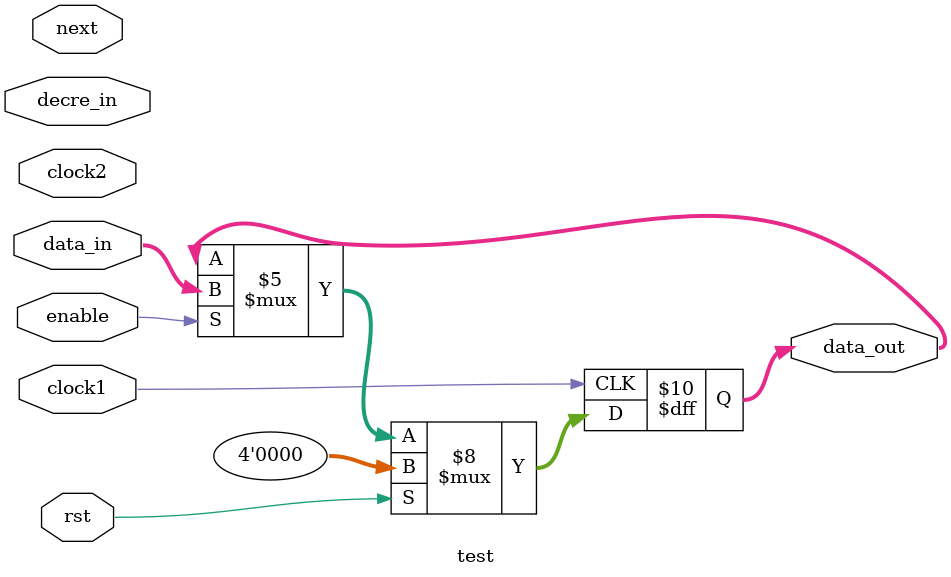
<source format=v>
module test (clock1,clock2,rst,enable,next,data_in,decre_in,data_out);
input clock1; //250 Mhz clock input
input clock2; //100Mhz clock input
input rst; //active high reset input
input enable ; // enable input
input next; 
input [3:0] data_in; // incremental data input
input [3:0] decre_in; // decremental data input
output reg [3:0] data_out; //output data
 
always @ (posedge clock1) 
	begin
		if (rst == 1) 
			data_out <= 0;
		else 
			begin
			if (enable == 1) 
				data_out <= data_in;
			else 
				data_out <= data_out;
			end
	end
endmodule

</source>
